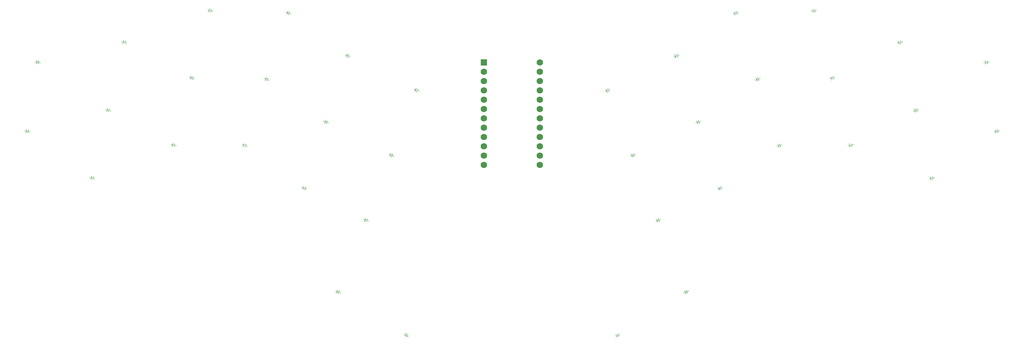
<source format=gbr>
%TF.GenerationSoftware,KiCad,Pcbnew,8.0.2-1*%
%TF.CreationDate,2024-07-02T10:22:07-04:00*%
%TF.ProjectId,thesplit,74686573-706c-4697-942e-6b696361645f,rev?*%
%TF.SameCoordinates,Original*%
%TF.FileFunction,Legend,Bot*%
%TF.FilePolarity,Positive*%
%FSLAX46Y46*%
G04 Gerber Fmt 4.6, Leading zero omitted, Abs format (unit mm)*
G04 Created by KiCad (PCBNEW 8.0.2-1) date 2024-07-02 10:22:07*
%MOMM*%
%LPD*%
G01*
G04 APERTURE LIST*
%ADD10C,0.100000*%
%ADD11C,1.752600*%
%ADD12R,1.752600X1.752600*%
G04 APERTURE END LIST*
D10*
%TO.C,D1*%
X209433232Y-210942773D02*
X209828834Y-211001899D01*
X209828834Y-211001899D02*
X209910130Y-210457938D01*
X209828834Y-211001899D02*
X209747543Y-211545851D01*
X209828834Y-211001899D02*
X210481371Y-210694978D01*
X210481371Y-210694978D02*
X210363122Y-211486191D01*
X210363122Y-211486191D02*
X209828834Y-211001899D01*
X210422244Y-211090581D02*
X210916754Y-211164485D01*
%TO.C,D2*%
X212241585Y-192151465D02*
X212637187Y-192210591D01*
X212637187Y-192210591D02*
X212718483Y-191666630D01*
X212637187Y-192210591D02*
X212555896Y-192754543D01*
X212637187Y-192210591D02*
X213289724Y-191903670D01*
X213289724Y-191903670D02*
X213171475Y-192694883D01*
X213171475Y-192694883D02*
X212637187Y-192210591D01*
X213230597Y-192299273D02*
X213725107Y-192373177D01*
%TO.C,D3*%
X227145196Y-223652272D02*
X227534547Y-223743949D01*
X227534547Y-223743949D02*
X227660608Y-223208589D01*
X227534547Y-223743949D02*
X227408483Y-224279313D01*
X227534547Y-223743949D02*
X228210254Y-223492119D01*
X228210254Y-223492119D02*
X228026900Y-224270826D01*
X228026900Y-224270826D02*
X227534547Y-223743949D01*
X228118568Y-223881478D02*
X228605262Y-223996068D01*
%TO.C,D4*%
X231499994Y-205158077D02*
X231889345Y-205249754D01*
X231889345Y-205249754D02*
X232015406Y-204714394D01*
X231889345Y-205249754D02*
X231763281Y-205785118D01*
X231889345Y-205249754D02*
X232565052Y-204997924D01*
X232565052Y-204997924D02*
X232381698Y-205776631D01*
X232381698Y-205776631D02*
X231889345Y-205249754D01*
X232473366Y-205387283D02*
X232960060Y-205501873D01*
%TO.C,D5*%
X235854801Y-186663868D02*
X236244152Y-186755545D01*
X236244152Y-186755545D02*
X236370213Y-186220185D01*
X236244152Y-186755545D02*
X236118088Y-187290909D01*
X236244152Y-186755545D02*
X236919859Y-186503715D01*
X236919859Y-186503715D02*
X236736505Y-187282422D01*
X236736505Y-187282422D02*
X236244152Y-186755545D01*
X236828173Y-186893074D02*
X237314867Y-187007664D01*
%TO.C,D6*%
X249282472Y-214637325D02*
X249668380Y-214742537D01*
X249668380Y-214742537D02*
X249813055Y-214211903D01*
X249668380Y-214742537D02*
X249523721Y-215273170D01*
X249668380Y-214742537D02*
X250352468Y-214514442D01*
X250352468Y-214514442D02*
X250142046Y-215286267D01*
X250142046Y-215286267D02*
X249668380Y-214742537D01*
X250247262Y-214900354D02*
X250729648Y-215031871D01*
%TO.C,D7*%
X254280051Y-196306366D02*
X254665959Y-196411578D01*
X254665959Y-196411578D02*
X254810634Y-195880944D01*
X254665959Y-196411578D02*
X254521300Y-196942211D01*
X254665959Y-196411578D02*
X255350047Y-196183483D01*
X255350047Y-196183483D02*
X255139625Y-196955308D01*
X255139625Y-196955308D02*
X254665959Y-196411578D01*
X255244841Y-196569395D02*
X255727227Y-196700912D01*
%TO.C,D8*%
X259277679Y-177975398D02*
X259663587Y-178080610D01*
X259663587Y-178080610D02*
X259808262Y-177549976D01*
X259663587Y-178080610D02*
X259518928Y-178611243D01*
X259663587Y-178080610D02*
X260347675Y-177852515D01*
X260347675Y-177852515D02*
X260137253Y-178624340D01*
X260137253Y-178624340D02*
X259663587Y-178080610D01*
X260242469Y-178238427D02*
X260724855Y-178369944D01*
%TO.C,D9*%
X268689247Y-214697941D02*
X269069132Y-214823204D01*
X269069132Y-214823204D02*
X269241377Y-214300873D01*
X269069132Y-214823204D02*
X268896889Y-215345537D01*
X269069132Y-214823204D02*
X269764216Y-214631221D01*
X269764216Y-214631221D02*
X269513690Y-215390986D01*
X269513690Y-215390986D02*
X269069132Y-214823204D01*
X269638946Y-215011110D02*
X270113803Y-215167679D01*
%TO.C,D10*%
X274639369Y-196653641D02*
X275019254Y-196778904D01*
X275019254Y-196778904D02*
X275191499Y-196256573D01*
X275019254Y-196778904D02*
X274847011Y-197301237D01*
X275019254Y-196778904D02*
X275714338Y-196586921D01*
X275714338Y-196586921D02*
X275463812Y-197346686D01*
X275463812Y-197346686D02*
X275019254Y-196778904D01*
X275589068Y-196966810D02*
X276063925Y-197123379D01*
%TO.C,D11*%
X280589460Y-178609372D02*
X280969345Y-178734635D01*
X280969345Y-178734635D02*
X281141590Y-178212304D01*
X280969345Y-178734635D02*
X280797102Y-179256968D01*
X280969345Y-178734635D02*
X281664429Y-178542652D01*
X281664429Y-178542652D02*
X281413903Y-179302417D01*
X281413903Y-179302417D02*
X280969345Y-178734635D01*
X281539159Y-178922541D02*
X282014016Y-179079110D01*
%TO.C,D12*%
X284854552Y-226346247D02*
X285234437Y-226471510D01*
X285234437Y-226471510D02*
X285406682Y-225949179D01*
X285234437Y-226471510D02*
X285062194Y-226993843D01*
X285234437Y-226471510D02*
X285929521Y-226279527D01*
X285929521Y-226279527D02*
X285678995Y-227039292D01*
X285678995Y-227039292D02*
X285234437Y-226471510D01*
X285804251Y-226659416D02*
X286279108Y-226815985D01*
%TO.C,D13*%
X290804658Y-208301965D02*
X291184543Y-208427228D01*
X291184543Y-208427228D02*
X291356788Y-207904897D01*
X291184543Y-208427228D02*
X291012300Y-208949561D01*
X291184543Y-208427228D02*
X291879627Y-208235245D01*
X291879627Y-208235245D02*
X291629101Y-208995010D01*
X291629101Y-208995010D02*
X291184543Y-208427228D01*
X291754357Y-208615134D02*
X292229214Y-208771703D01*
%TO.C,D14*%
X296754769Y-190257674D02*
X297134654Y-190382937D01*
X297134654Y-190382937D02*
X297306899Y-189860606D01*
X297134654Y-190382937D02*
X296962411Y-190905270D01*
X297134654Y-190382937D02*
X297829738Y-190190954D01*
X297829738Y-190190954D02*
X297579212Y-190950719D01*
X297579212Y-190950719D02*
X297134654Y-190382937D01*
X297704468Y-190570843D02*
X298179325Y-190727412D01*
%TO.C,D15*%
X301726225Y-235020045D02*
X302099027Y-235165017D01*
X302099027Y-235165017D02*
X302298375Y-234652410D01*
X302099027Y-235165017D02*
X301899689Y-235677620D01*
X302099027Y-235165017D02*
X302803213Y-235009672D01*
X302803213Y-235009672D02*
X302513255Y-235755273D01*
X302513255Y-235755273D02*
X302099027Y-235165017D01*
X302658233Y-235382483D02*
X303124239Y-235563693D01*
%TO.C,D16*%
X308612570Y-217311894D02*
X308985372Y-217456866D01*
X308985372Y-217456866D02*
X309184720Y-216944259D01*
X308985372Y-217456866D02*
X308786034Y-217969469D01*
X308985372Y-217456866D02*
X309689558Y-217301521D01*
X309689558Y-217301521D02*
X309399600Y-218047122D01*
X309399600Y-218047122D02*
X308985372Y-217456866D01*
X309544578Y-217674332D02*
X310010584Y-217855542D01*
%TO.C,D17*%
X315498865Y-199603743D02*
X315871667Y-199748715D01*
X315871667Y-199748715D02*
X316071015Y-199236108D01*
X315871667Y-199748715D02*
X315672329Y-200261318D01*
X315871667Y-199748715D02*
X316575853Y-199593370D01*
X316575853Y-199593370D02*
X316285895Y-200338971D01*
X316285895Y-200338971D02*
X315871667Y-199748715D01*
X316430873Y-199966181D02*
X316896879Y-200147391D01*
%TO.C,D18*%
X294115042Y-254592208D02*
X294487844Y-254737180D01*
X294487844Y-254737180D02*
X294687192Y-254224573D01*
X294487844Y-254737180D02*
X294288506Y-255249783D01*
X294487844Y-254737180D02*
X295192030Y-254581835D01*
X295192030Y-254581835D02*
X294902072Y-255327436D01*
X294902072Y-255327436D02*
X294487844Y-254737180D01*
X295047050Y-254954646D02*
X295513056Y-255135856D01*
%TO.C,D19*%
X312892974Y-266190073D02*
X313193703Y-266453809D01*
X313193703Y-266453809D02*
X313556347Y-266040291D01*
X313193703Y-266453809D02*
X312831063Y-266867320D01*
X313193703Y-266453809D02*
X313908550Y-266548691D01*
X313908550Y-266548691D02*
X313381075Y-267150142D01*
X313381075Y-267150142D02*
X313193703Y-266453809D01*
X313644812Y-266849413D02*
X314020728Y-267179081D01*
%TO.C,D20*%
X473558120Y-211164473D02*
X473953719Y-211105352D01*
X473953719Y-211105352D02*
X473872427Y-210561397D01*
X473953719Y-211105352D02*
X474035017Y-211649316D01*
X473953719Y-211105352D02*
X474488002Y-210621057D01*
X474488002Y-210621057D02*
X474606267Y-211412269D01*
X474606267Y-211412269D02*
X473953719Y-211105352D01*
X474547126Y-211016669D02*
X475041634Y-210942767D01*
%TO.C,D21*%
X470749745Y-192373181D02*
X471145344Y-192314060D01*
X471145344Y-192314060D02*
X471064052Y-191770105D01*
X471145344Y-192314060D02*
X471226642Y-192858024D01*
X471145344Y-192314060D02*
X471679627Y-191829765D01*
X471679627Y-191829765D02*
X471797892Y-192620977D01*
X471797892Y-192620977D02*
X471145344Y-192314060D01*
X471738751Y-192225377D02*
X472233259Y-192151475D01*
%TO.C,D22*%
X455869583Y-223996080D02*
X456258935Y-223904401D01*
X456258935Y-223904401D02*
X456132875Y-223369041D01*
X456258935Y-223904401D02*
X456385001Y-224439760D01*
X456258935Y-223904401D02*
X456751290Y-223377526D01*
X456751290Y-223377526D02*
X456934643Y-224156234D01*
X456934643Y-224156234D02*
X456258935Y-223904401D01*
X456842964Y-223766882D02*
X457329651Y-223652282D01*
%TO.C,D23*%
X451514791Y-205501856D02*
X451904143Y-205410177D01*
X451904143Y-205410177D02*
X451778083Y-204874817D01*
X451904143Y-205410177D02*
X452030209Y-205945536D01*
X451904143Y-205410177D02*
X452396498Y-204883302D01*
X452396498Y-204883302D02*
X452579851Y-205662010D01*
X452579851Y-205662010D02*
X451904143Y-205410177D01*
X452488172Y-205272658D02*
X452974859Y-205158058D01*
%TO.C,D24*%
X447159979Y-187007667D02*
X447549331Y-186915988D01*
X447549331Y-186915988D02*
X447423271Y-186380628D01*
X447549331Y-186915988D02*
X447675397Y-187451347D01*
X447549331Y-186915988D02*
X448041686Y-186389113D01*
X448041686Y-186389113D02*
X448225039Y-187167821D01*
X448225039Y-187167821D02*
X447549331Y-186915988D01*
X448133360Y-186778469D02*
X448620047Y-186663869D01*
%TO.C,D25*%
X433745217Y-215031864D02*
X434131125Y-214926648D01*
X434131125Y-214926648D02*
X433986459Y-214396009D01*
X434131125Y-214926648D02*
X434275797Y-215457285D01*
X434131125Y-214926648D02*
X434604793Y-214382919D01*
X434604793Y-214382919D02*
X434815218Y-215154755D01*
X434815218Y-215154755D02*
X434131125Y-214926648D01*
X434710002Y-214768825D02*
X435192393Y-214637314D01*
%TO.C,D26*%
X428747612Y-196700902D02*
X429133520Y-196595686D01*
X429133520Y-196595686D02*
X428988854Y-196065047D01*
X429133520Y-196595686D02*
X429278192Y-197126323D01*
X429133520Y-196595686D02*
X429607188Y-196051957D01*
X429607188Y-196051957D02*
X429817613Y-196823793D01*
X429817613Y-196823793D02*
X429133520Y-196595686D01*
X429712397Y-196437863D02*
X430194788Y-196306352D01*
%TO.C,D27*%
X423750024Y-178369957D02*
X424135932Y-178264741D01*
X424135932Y-178264741D02*
X423991266Y-177734102D01*
X424135932Y-178264741D02*
X424280604Y-178795378D01*
X424135932Y-178264741D02*
X424609600Y-177721012D01*
X424609600Y-177721012D02*
X424820025Y-178492848D01*
X424820025Y-178492848D02*
X424135932Y-178264741D01*
X424714809Y-178106918D02*
X425197200Y-177975407D01*
%TO.C,D28*%
X414361074Y-215167669D02*
X414740954Y-215042405D01*
X414740954Y-215042405D02*
X414568713Y-214520071D01*
X414740954Y-215042405D02*
X414913198Y-215564735D01*
X414740954Y-215042405D02*
X415185508Y-214474627D01*
X415185508Y-214474627D02*
X415436039Y-215234387D01*
X415436039Y-215234387D02*
X414740954Y-215042405D01*
X415310773Y-214854504D02*
X415785622Y-214697927D01*
%TO.C,D29*%
X408410960Y-197123394D02*
X408790840Y-196998130D01*
X408790840Y-196998130D02*
X408618599Y-196475796D01*
X408790840Y-196998130D02*
X408963084Y-197520460D01*
X408790840Y-196998130D02*
X409235394Y-196430352D01*
X409235394Y-196430352D02*
X409485925Y-197190112D01*
X409485925Y-197190112D02*
X408790840Y-196998130D01*
X409360659Y-196810229D02*
X409835508Y-196653652D01*
%TO.C,D30*%
X402460840Y-179079117D02*
X402840720Y-178953853D01*
X402840720Y-178953853D02*
X402668479Y-178431519D01*
X402840720Y-178953853D02*
X403012964Y-179476183D01*
X402840720Y-178953853D02*
X403285274Y-178386075D01*
X403285274Y-178386075D02*
X403535805Y-179145835D01*
X403535805Y-179145835D02*
X402840720Y-178953853D01*
X403410539Y-178765952D02*
X403885388Y-178609375D01*
%TO.C,D31*%
X398195758Y-226815972D02*
X398575638Y-226690708D01*
X398575638Y-226690708D02*
X398403397Y-226168374D01*
X398575638Y-226690708D02*
X398747882Y-227213038D01*
X398575638Y-226690708D02*
X399020192Y-226122930D01*
X399020192Y-226122930D02*
X399270723Y-226882690D01*
X399270723Y-226882690D02*
X398575638Y-226690708D01*
X399145457Y-226502807D02*
X399620306Y-226346230D01*
%TO.C,D32*%
X392245649Y-208771701D02*
X392625529Y-208646437D01*
X392625529Y-208646437D02*
X392453288Y-208124103D01*
X392625529Y-208646437D02*
X392797773Y-209168767D01*
X392625529Y-208646437D02*
X393070083Y-208078659D01*
X393070083Y-208078659D02*
X393320614Y-208838419D01*
X393320614Y-208838419D02*
X392625529Y-208646437D01*
X393195348Y-208458536D02*
X393670197Y-208301959D01*
%TO.C,D33*%
X386295548Y-190727414D02*
X386675428Y-190602150D01*
X386675428Y-190602150D02*
X386503187Y-190079816D01*
X386675428Y-190602150D02*
X386847672Y-191124480D01*
X386675428Y-190602150D02*
X387119982Y-190034372D01*
X387119982Y-190034372D02*
X387370513Y-190794132D01*
X387370513Y-190794132D02*
X386675428Y-190602150D01*
X387245247Y-190414249D02*
X387720096Y-190257672D01*
%TO.C,D34*%
X381350614Y-235563680D02*
X381723415Y-235418703D01*
X381723415Y-235418703D02*
X381524076Y-234906099D01*
X381723415Y-235418703D02*
X381922753Y-235931306D01*
X381723415Y-235418703D02*
X382137643Y-234828450D01*
X382137643Y-234828450D02*
X382427598Y-235574046D01*
X382427598Y-235574046D02*
X381723415Y-235418703D01*
X382282620Y-235201241D02*
X382748624Y-235020022D01*
%TO.C,D35*%
X374464292Y-217855554D02*
X374837093Y-217710577D01*
X374837093Y-217710577D02*
X374637754Y-217197973D01*
X374837093Y-217710577D02*
X375036431Y-218223180D01*
X374837093Y-217710577D02*
X375251321Y-217120324D01*
X375251321Y-217120324D02*
X375541276Y-217865920D01*
X375541276Y-217865920D02*
X374837093Y-217710577D01*
X375396298Y-217493115D02*
X375862302Y-217311896D01*
%TO.C,D36*%
X367577970Y-200147389D02*
X367950771Y-200002412D01*
X367950771Y-200002412D02*
X367751432Y-199489808D01*
X367950771Y-200002412D02*
X368150109Y-200515015D01*
X367950771Y-200002412D02*
X368364999Y-199412159D01*
X368364999Y-199412159D02*
X368654954Y-200157755D01*
X368654954Y-200157755D02*
X367950771Y-200002412D01*
X368509976Y-199784950D02*
X368975980Y-199603731D01*
%TO.C,D37*%
X388961823Y-255135853D02*
X389334624Y-254990876D01*
X389334624Y-254990876D02*
X389135285Y-254478272D01*
X389334624Y-254990876D02*
X389533962Y-255503479D01*
X389334624Y-254990876D02*
X389748852Y-254400623D01*
X389748852Y-254400623D02*
X390038807Y-255146219D01*
X390038807Y-255146219D02*
X389334624Y-254990876D01*
X389893829Y-254773414D02*
X390359833Y-254592195D01*
%TO.C,D38*%
X370454117Y-267179074D02*
X370754845Y-266915336D01*
X370754845Y-266915336D02*
X370392209Y-266501823D01*
X370754845Y-266915336D02*
X371117488Y-267328849D01*
X370754845Y-266915336D02*
X370942214Y-266219004D01*
X370942214Y-266219004D02*
X371469688Y-266820466D01*
X371469688Y-266820466D02*
X370754845Y-266915336D01*
X371205952Y-266519726D02*
X371581869Y-266190062D01*
%TD*%
D11*
%TO.C,MCU1*%
X349792835Y-220263233D03*
X349792827Y-217723234D03*
X349792828Y-215183233D03*
X349792828Y-212643233D03*
X349792835Y-210103237D03*
X349792837Y-207563228D03*
X349792830Y-205023233D03*
X349792830Y-202483236D03*
X349792830Y-199943232D03*
X349792832Y-197403234D03*
X349792827Y-194863237D03*
X349792831Y-192323235D03*
X334552829Y-220263233D03*
X334552833Y-217723231D03*
X334552828Y-215183234D03*
X334552830Y-212643236D03*
X334552830Y-210103232D03*
X334552830Y-207563235D03*
X334552823Y-205023240D03*
X334552825Y-202483231D03*
X334552832Y-199943235D03*
X334552832Y-197403235D03*
X334552833Y-194863234D03*
D12*
X334552825Y-192323235D03*
%TD*%
M02*

</source>
